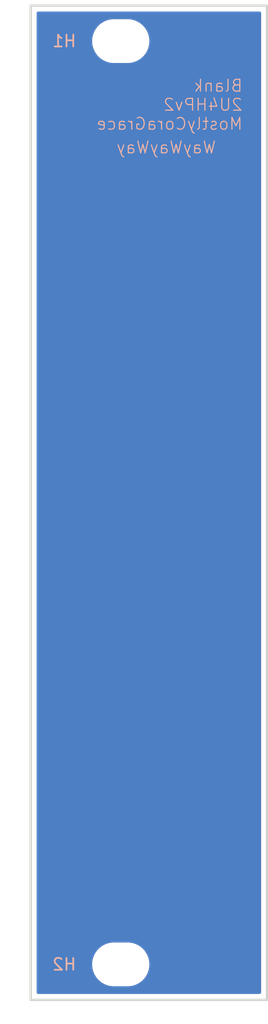
<source format=kicad_pcb>
(kicad_pcb (version 20241229) (generator "pcbnew") (generator_version "9.0")
  (layers (0 "F.Cu" signal) (2 "B.Cu" signal) (13 "F.Paste" user) (15 "B.Paste" user) (5 "F.SilkS" user "F.Silkscreen") (7 "B.SilkS" user "B.Silkscreen") (1 "F.Mask" user) (3 "B.Mask" user) (25 "Edge.Cuts" user))
  (net 0 "")
  (footprint "EXC:MountingHole_3.2mm_M3" (layer "F.Cu") (at 7.62 5.425)
    (property "Reference" "H1" (at -3.683 0 0) (layer "B.SilkS") (effects (justify left mirror)))
    (property "Value" "Eurorack_M3_MountingHole")
    (pad "" np_thru_hole oval (at 0 0) (size 4.34 3.2) (drill oval 4.34 3.2) (layers "*.Cu" "*.Mask"))
  )
  (footprint "EXC:MountingHole_3.2mm_M3" (layer "F.Cu") (at 7.62 83.475)
    (property "Reference" "H2" (at -3.683 0 0) (layer "B.SilkS") (effects (justify left mirror)))
    (property "Value" "Eurorack_M3_MountingHole")
    (pad "" np_thru_hole oval (at 0 0) (size 4.34 3.2) (drill oval 4.34 3.2) (layers "*.Cu" "*.Mask"))
  )
  (gr_rect (start 0 2.425) (end 20 86.475) (stroke (width 0.2)) (fill no) (layer "Edge.Cuts"))
  (gr_text "WayWayWay" (at 15.75 15 0) (layer "B.SilkS") (effects (font (size 1 1) (thickness 0.1)) (justify left bottom mirror)))
  (gr_text "Blank\n2U4HPv2\nMostlyCoraGrace" (at 18 13 0) (layer "B.SilkS") (effects (font (size 1 1) (thickness 0.1)) (justify left bottom mirror)))
  (zone (net 0) (net_name "") (layers "F.Cu" "B.Cu") (connect_pads (clearance 0.5)) (min_thickness 0.25) (fill yes (thermal_gap 0.5) (thermal_bridge_width 0.5) (island_removal_mode 1) (island_area_min 10))
    (polygon (pts (xy 0 2.425) (xy 20 2.425) (xy 20 86.475) (xy 0 86.475)))
  )
)
</source>
